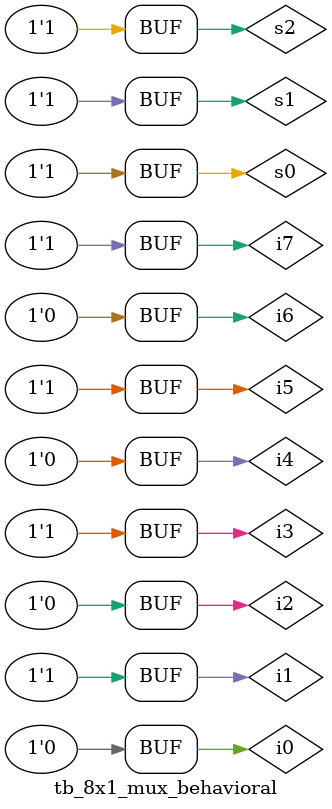
<source format=v>
module tb_8x1_mux_behavioral;
    reg i0, i1, i2, i3, i4, i5, i6, i7;
    reg s0, s1, s2;
    wire y;

    mux_8x1_behavioral uut(i0, i1, i2, i3, i4, i5, i6, i7, s0, s1, s2, y);

    initial begin
        // Initialize inputs
        i0 = 1'b0; i1 = 1'b1; i2 = 1'b0; i3 = 1'b1;
        i4 = 1'b0; i5 = 1'b1; i6 = 1'b0; i7 = 1'b1;

        // Apply test cases
        s0 = 1'b0; s1 = 1'b0; s2 = 1'b0; #5;
        s0 = 1'b0; s1 = 1'b0; s2 = 1'b1; #5;
        s0 = 1'b0; s1 = 1'b1; s2 = 1'b0; #5;
        s0 = 1'b0; s1 = 1'b1; s2 = 1'b1; #5;
        s0 = 1'b1; s1 = 1'b0; s2 = 1'b0; #5;
        s0 = 1'b1; s1 = 1'b0; s2 = 1'b1; #5;
        s0 = 1'b1; s1 = 1'b1; s2 = 1'b0; #5;
        s0 = 1'b1; s1 = 1'b1; s2 = 1'b1; #5;
    end
endmodule 
</source>
